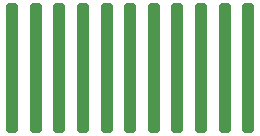
<source format=gtp>
G04 #@! TF.GenerationSoftware,KiCad,Pcbnew,7.0.7*
G04 #@! TF.CreationDate,2024-12-02T13:55:21+01:00*
G04 #@! TF.ProjectId,Finger_FSR_V1_height,46696e67-6572-45f4-9653-525f56315f68,rev?*
G04 #@! TF.SameCoordinates,Original*
G04 #@! TF.FileFunction,Paste,Top*
G04 #@! TF.FilePolarity,Positive*
%FSLAX46Y46*%
G04 Gerber Fmt 4.6, Leading zero omitted, Abs format (unit mm)*
G04 Created by KiCad (PCBNEW 7.0.7) date 2024-12-02 13:55:21*
%MOMM*%
%LPD*%
G01*
G04 APERTURE LIST*
G04 Aperture macros list*
%AMRoundRect*
0 Rectangle with rounded corners*
0 $1 Rounding radius*
0 $2 $3 $4 $5 $6 $7 $8 $9 X,Y pos of 4 corners*
0 Add a 4 corners polygon primitive as box body*
4,1,4,$2,$3,$4,$5,$6,$7,$8,$9,$2,$3,0*
0 Add four circle primitives for the rounded corners*
1,1,$1+$1,$2,$3*
1,1,$1+$1,$4,$5*
1,1,$1+$1,$6,$7*
1,1,$1+$1,$8,$9*
0 Add four rect primitives between the rounded corners*
20,1,$1+$1,$2,$3,$4,$5,0*
20,1,$1+$1,$4,$5,$6,$7,0*
20,1,$1+$1,$6,$7,$8,$9,0*
20,1,$1+$1,$8,$9,$2,$3,0*%
G04 Aperture macros list end*
%ADD10RoundRect,0.250000X-0.250000X-5.250000X0.250000X-5.250000X0.250000X5.250000X-0.250000X5.250000X0*%
G04 APERTURE END LIST*
D10*
X140800000Y-75000000D03*
X144800000Y-75000000D03*
X130800000Y-75000000D03*
X142800000Y-75000000D03*
X128800000Y-75000000D03*
X126800000Y-75000000D03*
X138800000Y-75000000D03*
X132800000Y-75000000D03*
X136800000Y-75000000D03*
X124800000Y-75000000D03*
X134800000Y-75000000D03*
M02*

</source>
